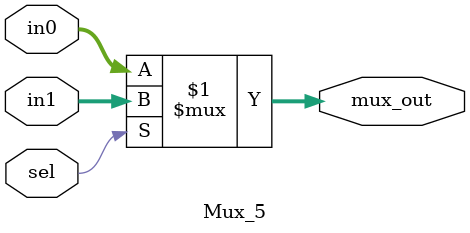
<source format=v>
`timescale 1ns / 1ps


module Mux_32(
input [31:0] in0,
input [31:0] in1,
input sel,
output [31:0] mux_out
    );
assign mux_out=(sel)? in1:in0;

endmodule

// 5 bit Mux

module Mux_5(
input [4:0] in0,
input [4:0] in1,
input sel,
output [4:0] mux_out
    );
assign mux_out=(sel)? in1:in0;

endmodule

</source>
